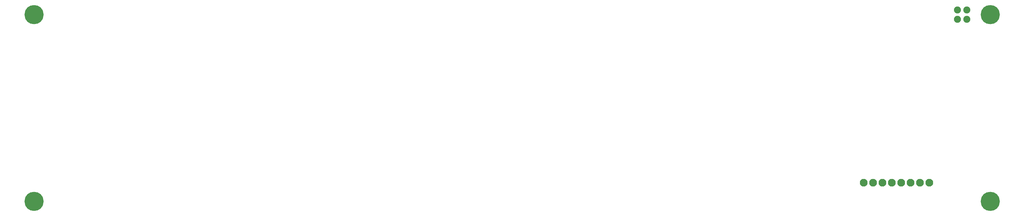
<source format=gbs>
G04 Layer: BottomSolderMaskLayer*
G04 EasyEDA v6.5.32, 2023-07-25 17:33:38*
G04 0e047b32cf204c8d8061d642989ecc76,5a6b42c53f6a479593ecc07194224c93,10*
G04 Gerber Generator version 0.2*
G04 Scale: 100 percent, Rotated: No, Reflected: No *
G04 Dimensions in millimeters *
G04 leading zeros omitted , absolute positions ,4 integer and 5 decimal *
%FSLAX45Y45*%
%MOMM*%

%ADD10C,5.2032*%
%ADD11C,1.9016*%
%ADD12C,2.1016*%

%LPD*%
D10*
G01*
X1016000Y15494000D03*
G01*
X1016000Y20574000D03*
G01*
X26924000Y15494000D03*
G01*
X26924000Y20574000D03*
D11*
G01*
X26289000Y20701000D03*
G01*
X26289000Y20447000D03*
G01*
X26035000Y20447000D03*
G01*
X26035000Y20701000D03*
D12*
G01*
X25273000Y16002000D03*
G01*
X25019000Y16002000D03*
G01*
X24765000Y16002000D03*
G01*
X24511000Y16002000D03*
G01*
X24257000Y16002000D03*
G01*
X24003000Y16002000D03*
G01*
X23749000Y16002000D03*
G01*
X23495000Y16002000D03*
M02*

</source>
